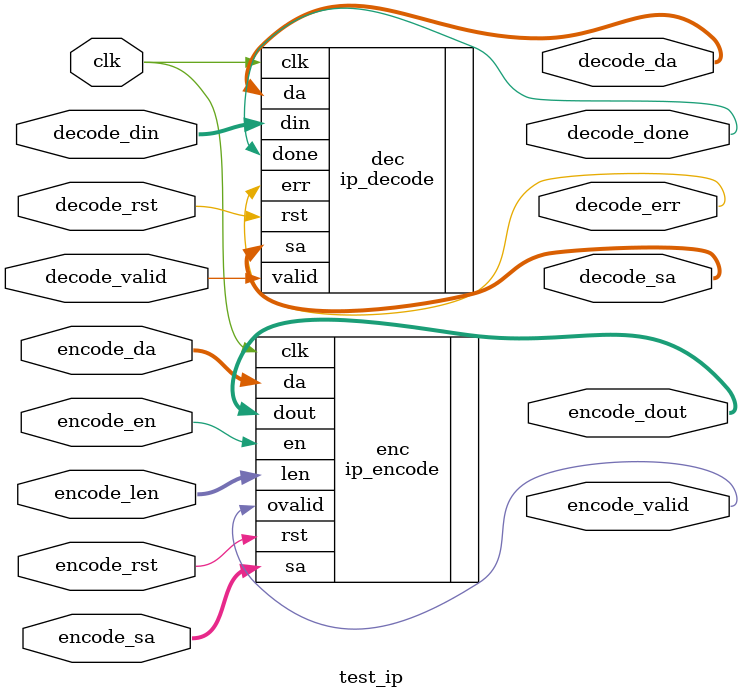
<source format=sv>
module test_ip(
  input clk,
  input decode_rst,
  input decode_valid,
  input [7:0] decode_din,
  output reg [31:0] decode_sa,
  output reg [31:0] decode_da,
  output reg decode_err,
  output reg decode_done,

  input encode_rst,
  input encode_en,
  input reg [31:0] encode_sa,
  input reg [31:0] encode_da,
  input reg [15:0] encode_len,
  output reg encode_valid,
  output reg [7:0] encode_dout
  );

  ip_decode dec (
    .clk(clk),
    .rst(decode_rst),
    .valid(decode_valid),
    .din(decode_din),
    .sa(decode_sa),
    .da(decode_da),
    .err(decode_err),
    .done(decode_done)
    );

 ip_encode enc (
    .clk(clk),
    .rst(encode_rst),
    .en(encode_en),
    .sa(encode_sa),
    .da(encode_da),
    .len(encode_len),
    .ovalid(encode_valid),
    .dout(encode_dout)
  );
  endmodule

</source>
